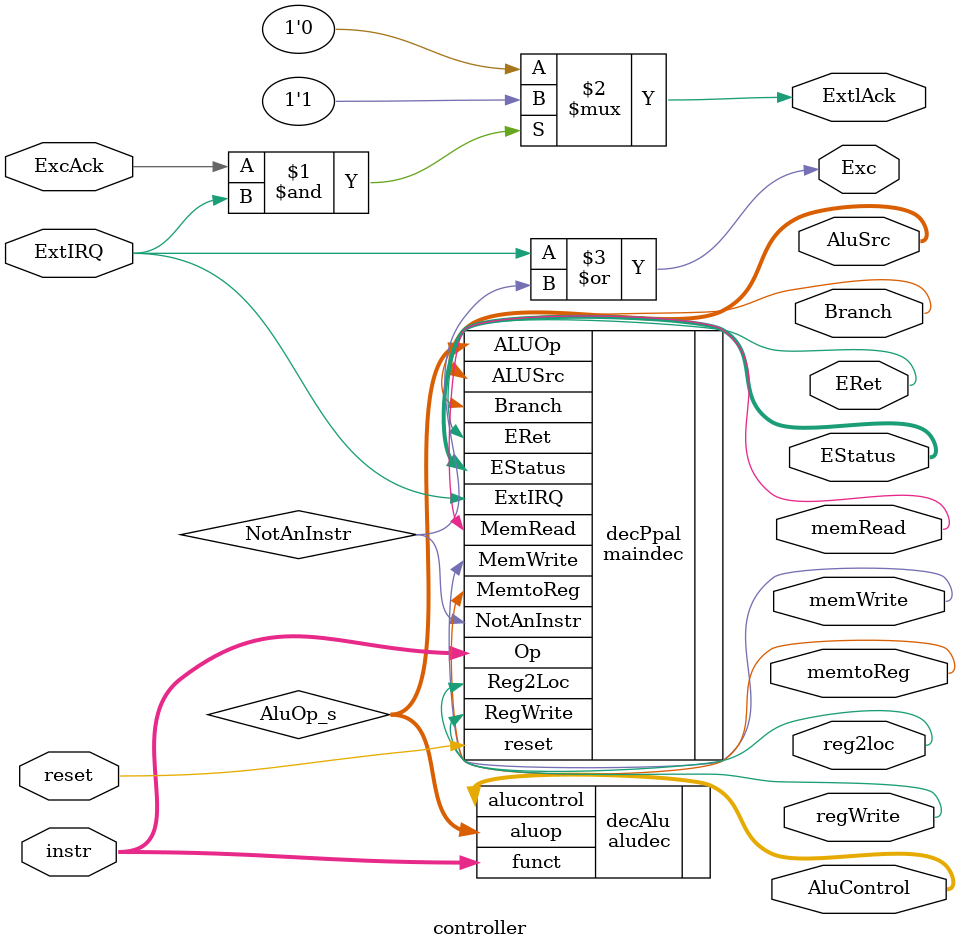
<source format=sv>

module controller(input logic [10:0] instr,
						input logic reset, // nueva entrada
						input logic ExtIRQ, // nueva entrada
						input logic ExcAck, // nueva entrada
						output logic ExtlAck, ERet, Exc, // nuevas salidas
						output logic [3:0] EStatus, // nueva salida
						output logic [1:0] AluSrc, // cambio en la AluSrc
						output logic [3:0] AluControl,						
						output logic reg2loc, regWrite, Branch,
											memtoReg, memRead, memWrite);
											
	logic [1:0] AluOp_s;
	logic NotAnInstr;
	
	assign ExtlAck = (ExcAck & ExtIRQ) ? 1'b1 : 1'b0;
				
	maindec 	decPpal 	(.reset(reset), // nueva conexion
							.ExtIRQ(ExtIRQ), // nueva conexion
							.Op(instr), 
							.Reg2Loc(reg2loc), 
							.ALUSrc(AluSrc), 
							.MemtoReg(memtoReg), 
							.RegWrite(regWrite), 
							.MemRead(memRead), 
							.MemWrite(memWrite), 
							.Branch(Branch), 
							.ALUOp(AluOp_s),
							.ERet(ERet), // nueva conexion
							.EStatus(EStatus), // nueva conexion
							.NotAnInstr(NotAnInstr));	// nueva conexion
					
	assign Exc = (ExtIRQ | NotAnInstr);
	
	aludec 	decAlu 	(.funct(instr), 
							.aluop(AluOp_s), 
							.alucontrol(AluControl));
			
endmodule

</source>
